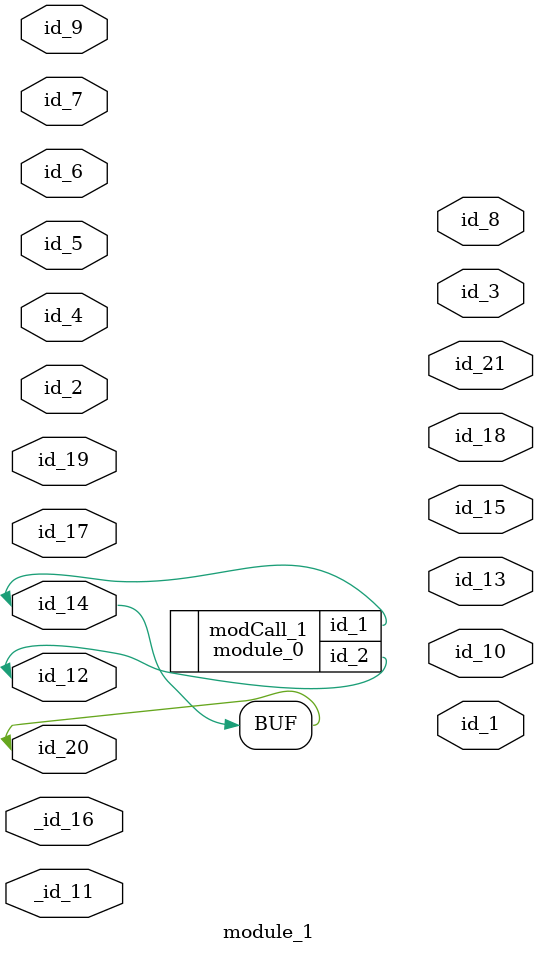
<source format=v>
module module_0 (
    id_1,
    id_2
);
  inout wire id_2;
  inout wire id_1;
endmodule
module module_1 #(
    parameter id_11 = 32'd98,
    parameter id_16 = 32'd91
) (
    id_1,
    id_2,
    id_3,
    id_4,
    id_5,
    id_6,
    id_7,
    id_8,
    id_9,
    id_10,
    _id_11,
    id_12,
    id_13,
    id_14,
    id_15,
    _id_16,
    id_17,
    id_18,
    id_19,
    id_20,
    id_21
);
  output wire id_21;
  inout wire id_20;
  input wire id_19;
  output wire id_18;
  inout wire id_17;
  inout wire _id_16;
  output wire id_15;
  input wire id_14;
  output wire id_13;
  inout wire id_12;
  inout wire _id_11;
  output wire id_10;
  inout wire id_9;
  module_0 modCall_1 (
      id_20,
      id_12
  );
  output wire id_8;
  inout wire id_7;
  input wire id_6;
  inout wire id_5;
  input wire id_4;
  output wire id_3;
  inout wire id_2;
  output wire id_1;
  assign id_20 = id_14;
  parameter [id_11 : 1  &  id_16] id_22 = "";
  wire id_23;
  wire id_24;
endmodule

</source>
